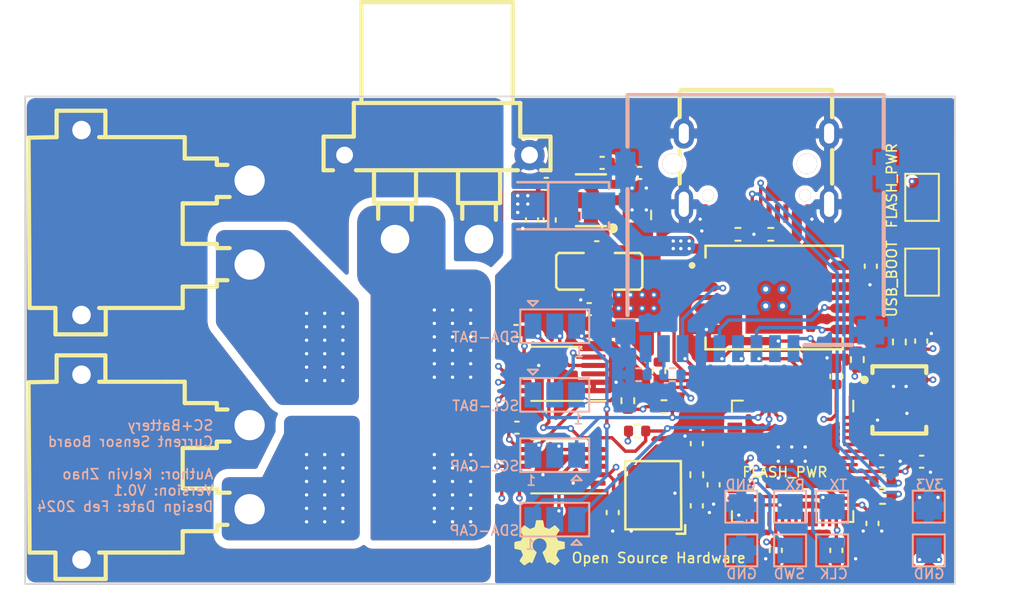
<source format=kicad_pcb>
(kicad_pcb (version 20221018) (generator pcbnew)
  (layers (0 "F.Cu" signal) (1 "In1.Cu" power) (2 "In2.Cu" power "In2.Cu_GND") (31 "B.Cu" signal) (34 "B.Paste" user) (35 "F.Paste" user) (36 "B.SilkS" user "B.Silkscreen") (37 "F.SilkS" user "F.Silkscreen") (38 "B.Mask" user) (39 "F.Mask" user) (44 "Edge.Cuts" user))
  (net 0 "")
  (net 1 "+3.3V")
  (net 2 "GND")
  (net 3 "IBAT+")
  (net 4 "+1V1")
  (net 5 "Net-(X1-OSC1)")
  (net 6 "Net-(U6-XIN)")
  (net 7 "CS10")
  (net 8 "MOSI1")
  (net 9 "SCK1")
  (net 10 "MISO1")
  (net 11 "Net-(Card1-CD)")
  (net 12 "ICAP+")
  (net 13 "VBUS")
  (net 14 "SDA0")
  (net 15 "Net-(JP1-C)")
  (net 16 "SDA1")
  (net 17 "SCL0")
  (net 18 "Net-(JP2-C)")
  (net 19 "SCL1")
  (net 20 "Net-(JP3-C)")
  (net 21 "Net-(JP4-C)")
  (net 22 "Net-(JP5-A)")
  (net 23 "IBAT-")
  (net 24 "Net-(U6-XOUT)")
  (net 25 "Net-(U6-USB_DP)")
  (net 26 "Net-(U6-USB_DM)")
  (net 27 "Net-(USB1-CC1)")
  (net 28 "Net-(USB1-CC2)")
  (net 29 "CS11")
  (net 42 "Net-(U6-SWCLK)")
  (net 43 "Net-(U6-SWD)")
  (net 61 "Net-(Card1-DAT2)")
  (net 62 "Net-(Card1-DAT1)")
  (net 63 "Net-(JP6-B)")
  (net 64 "SS")
  (net 65 "SD1")
  (net 66 "SD2")
  (net 67 "SD0")
  (net 68 "SCLK")
  (net 69 "SD3")
  (net 70 "/TX0")
  (net 71 "/RX0")
  (net 72 "USB-")
  (net 73 "USB+")
  (net 74 "Net-(U7-SW)")
  (net 75 "Net-(U7-CB)")
  (net 76 "Net-(U7-FB)")
  (net 77 "Net-(U7-EN)")
  (footprint "pcb_lib:R3920" (layer "F.Cu") (at 47 47.9)
    (fp_text reference "R2" hide)
    (fp_text value "1mR")
  )
  (footprint "Resistor_SMD:R_0402_1005Metric" (layer "F.Cu") (at 67.9 32.7)
    (fp_text reference "R19" hide)
    (fp_text value "5.1k")
  )
  (footprint "Capacitor_SMD:C_0402_1005Metric" (layer "F.Cu") (at 78.825 46.225)
    (fp_text reference "C9" hide)
    (fp_text value "100n")
  )
  (footprint "Capacitor_SMD:C_0402_1005Metric" (layer "F.Cu") (at 70.15 51.5 -90)
    (fp_text reference "C4" hide)
    (fp_text value "22u")
  )
  (footprint "pcb_lib:SOT-23-6_L2.9-W1.6-P0.95-LS2.8-BL" (layer "F.Cu") (at 59.1525 30.6725 90)
    (fp_text reference "U7" hide)
    (fp_text value "TPS560430XDBVR")
  )
  (footprint "Package_DFN_QFN:QFN-56-1EP_7x7mm_P0.4mm_EP3.2x3.2mm" (layer "F.Cu") (at 71.15 46.2 -90)
    (fp_text reference "U6" hide)
    (fp_text value "RP2040")
  )
  (footprint "Package_SO:VSSOP-10_3x3mm_P0.5mm" (layer "F.Cu") (at 57.1 41 180)
    (fp_text reference "U4" hide)
    (fp_text value "INA226")
  )
  (footprint "Capacitor_SMD:C_0402_1005Metric" (layer "F.Cu") (at 75.8 34.6 -90)
    (fp_text reference "C1" hide)
    (fp_text value "1u")
  )
  (footprint "Capacitor_SMD:C_0402_1005Metric" (layer "F.Cu") (at 56.7 31.85 90)
    (fp_text reference "C3" hide)
    (fp_text value "10u")
  )
  (footprint "pcb_lib:OSC-SMD_4P-L3.2-W2.5-BL" (layer "F.Cu") (at 62.85 48.22 90)
    (fp_text reference "X1" hide)
    (fp_text value "X322512MSB4SI")
  )
  (footprint "Capacitor_SMD:C_0402_1005Metric" (layer "F.Cu") (at 60.45 49.25 -90)
    (fp_text reference "C15" hide)
    (fp_text value "100n")
  )
  (footprint "Resistor_SMD:R_0402_1005Metric" (layer "F.Cu") (at 65.45 47 90)
    (fp_text reference "R15" hide)
    (fp_text value "1k")
  )
  (footprint "Capacitor_SMD:C_0402_1005Metric" (layer "F.Cu") (at 56.5 29.7 180)
    (fp_text reference "R3" hide)
    (fp_text value "10k")
  )
  (footprint "Capacitor_SMD:C_0402_1005Metric" (layer "F.Cu") (at 66.45 47.6 -90)
    (fp_text reference "C7" hide)
    (fp_text value "100n")
  )
  (footprint "Resistor_SMD:R_0402_1005Metric" (layer "F.Cu") (at 69.85 32.7 180)
    (fp_text reference "R18" hide)
    (fp_text value "5.1k")
  )
  (footprint "Capacitor_SMD:C_0402_1005Metric" (layer "F.Cu") (at 62.05 29.05)
    (fp_text reference "R4" hide)
    (fp_text value "51k")
  )
  (footprint "Capacitor_SMD:C_0402_1005Metric" (layer "F.Cu") (at 54.75 44.2)
    (fp_text reference "C2" hide)
    (fp_text value "100n")
  )
  (footprint "Capacitor_SMD:C_0402_1005Metric" (layer "F.Cu") (at 59.05 37.15 180)
    (fp_text reference "C12" hide)
    (fp_text value "100n")
  )
  (footprint "Capacitor_SMD:C_0402_1005Metric" (layer "F.Cu") (at 59.5 32.75)
    (fp_text reference "C18" hide)
    (fp_text value "0.1u")
  )
  (footprint "Resistor_SMD:R_0402_1005Metric" (layer "F.Cu") (at 77.5 39.1 -90)
    (fp_text reference "R10" hide)
    (fp_text value "1k")
  )
  (footprint "Resistor_SMD:R_0402_1005Metric" (layer "F.Cu") (at 75 40.15 90)
    (fp_text reference "R8" hide)
    (fp_text value "10k")
  )
  (footprint "Capacitor_SMD:C_0402_1005Metric" (layer "F.Cu") (at 55.65 31.85 90)
    (fp_text reference "C4" hide)
    (fp_text value "0.1u")
  )
  (footprint "Capacitor_SMD:C_0402_1005Metric" (layer "F.Cu") (at 76.45 46.2)
    (fp_text reference "C6" hide)
    (fp_text value "100n")
  )
  (footprint "Package_SO:VSSOP-10_3x3mm_P0.5mm" (layer "F.Cu") (at 57.1 46.5 180)
    (fp_text reference "U5" hide)
    (fp_text value "INA226")
  )
  (footprint "pcb_lib:USB-C-SMD_TYPE-C-6PIN-2MD-073" (layer "F.Cu") (at 69 29.0825 180)
    (fp_text reference "USB1" hide)
    (fp_text value "TYPE-C 16PIN 2MD(073)")
  )
  (footprint "pcb_lib:R3920" (layer "F.Cu") (at 47 39.2)
    (fp_text reference "R1" hide)
    (fp_text value "1mR")
  )
  (footprint "pcb_lib:CONN-TH_XT30PW-M" (layer "F.Cu") (at 33.8525 32 -90)
    (fp_text reference "CN1" hide)
    (fp_text value "XT30PW-M")
  )
  (footprint "Capacitor_SMD:C_0402_1005Metric" (layer "F.Cu") (at 65.45 45.15 -90)
    (fp_text reference "C17" hide)
    (fp_text value "27p")
  )
  (footprint "Capacitor_SMD:C_0402_1005Metric" (layer "F.Cu") (at 73.75 51.5 -90)
    (fp_text reference "C10" hide)
    (fp_text value "100n")
  )
  (footprint "Resistor_SMD:R_0402_1005Metric" (layer "F.Cu") (at 76.5 48.35 180)
    (fp_text reference "R17" hide)
    (fp_text value "27.4")
  )
  (footprint "Jumper:SolderJumper-2_P1.3mm_Open_Pad1.0x1.5mm" (layer "F.Cu") (at 78.85 30.5 90)
    (fp_text reference "JP5" hide)
    (fp_text value "SolderJumper_2_Open")
  )
  (footprint "Resistor_SMD:R_0402_1005Metric" (layer "F.Cu") (at 76.5 47.4 180)
    (fp_text reference "R16" hide)
    (fp_text value "27.4")
  )
  (footprint "Capacitor_SMD:C_0402_1005Metric" (layer "F.Cu") (at 75.9 49.9 -90)
    (fp_text reference "C8" hide)
    (fp_text value "1u")
  )
  (footprint "Capacitor_SMD:C_0402_1005Metric" (layer "F.Cu") (at 65.45 48.85 90)
    (fp_text reference "C16" hide)
    (fp_text value "27p")
  )
  (footprint "Jumper:SolderJumper-2_P1.3mm_Open_Pad1.0x1.5mm" (layer "F.Cu") (at 78.85 34.95 -90)
    (fp_text reference "JP6" hide)
    (fp_text value "SolderJumper_2_Open")
  )
  (footprint "Resistor_SMD:R_0402_1005Metric" (layer "F.Cu") (at 63.2 40.81 -90)
    (fp_text reference "R11" hide)
    (fp_text value "4.7k")
  )
  (footprint "Capacitor_SMD:C_0402_1005Metric" (layer "F.Cu") (at 78.8 39.05 90)
    (fp_text reference "C11" hide)
    (fp_text value "100n")
  )
  (footprint "Capacitor_SMD:C_0402_1005Metric" (layer "F.Cu") (at 54.7 38.45 180)
    (fp_text reference "C14" hide)
    (fp_text value "100n")
  )
  (footprint "Resistor_SMD:R_0402_1005Metric" (layer "F.Cu") (at 61.9 44.4)
    (fp_text reference "R14" hide)
    (fp_text value "4.7k")
  )
  (footprint "Capacitor_SMD:C_0805_2012Metric" (layer "F.Cu") (at 62 31.55 90)
    (fp_text reference "C19" hide)
    (fp_text value "22u")
  )
  (footprint "pcb_lib:CONN-TH_XT30PW-F-1" (layer "F.Cu") (at 50 30.4875 180)
    (fp_text reference "U1" hide)
    (fp_text value "XT30PW-F")
  )
  (footprint "pcb_lib:OpenSourceHardware_3.5mm" (layer "F.Cu") (at 56.1 51.05)
    (fp_text reference "G***" hide)
    (fp_text value "LOGO" hide)
  )
  (footprint "Capacitor_SMD:C_0402_1005Metric" (layer "F.Cu") (at 73.75 41.15 90)
    (fp_text reference "C13" hide)
    (fp_text value "100n")
  )
  (footprint "Resistor_SMD:R_0402_1005Metric" (layer "F.Cu") (at 61.35 42.6 90)
    (fp_text reference "R12" hide)
    (fp_text value "4.7k")
  )
  (footprint "pcb_lib:WSON-8_L8.0-W6.10-P1.27-BL-EP" (layer "F.Cu") (at 70.05 36.46 -90)
    (fp_text reference "U3" hide)
    (fp_text value "W25N01GVZEIG_C907680")
  )
  (footprint "Capacitor_SMD:C_0402_1005Metric" (layer "F.Cu") (at 59.82 28.45)
    (fp_text reference "R5" hide)
    (fp_text value "22.1k")
  )
  (footprint "pcb_lib:USON-8_L4.0-W3.0-P0.80-BL_WINBOND_UU" (layer "F.Cu") (at 77.5 42.55 -90)
    (fp_text reference "U2" hide)
    (fp_text value "W25Q32JVUUIQ")
  )
  (footprint "pcb_lib:CONN-TH_XT30PW-M" (layer "F.Cu") (at 33.8525 46.55 -90)
    (fp_text reference "CN2" hide)
    (fp_text value "XT30PW-M")
  )
  (footprint "pcb_lib:L1206" (layer "F.Cu") (at 59.65 34.9)
    (fp_text reference "L1" hide)
    (fp_text value "CMP321609XD6R8MT")
  )
  (footprint "Resistor_SMD:R_0402_1005Metric" (layer "F.Cu") (at 63.5 42.95)
    (fp_text reference "R13" hide)
    (fp_text value "4.7k")
  )
  (footprint "TestPoint:TestPoint_Pad_1.5x1.5mm" (layer "B.Cu") (at 73.5 51.5 90)
    (fp_text reference "TP1" hide)
    (fp_text value "SWCLK")
  )
  (footprint "TestPoint:TestPoint_Pad_1.5x1.5mm" (layer "B.Cu") (at 73.5 48.9 90)
    (fp_text reference "TP3" hide)
    (fp_text value "UART0 TX")
  )
  (footprint "Jumper:SolderJumper-3_P1.3mm_Open_Pad1.0x1.5mm" (layer "B.Cu") (at 57 45.835 180)
    (fp_text reference "JP3" hide)
    (fp_text value "SolderJumper_3_Open")
  )
  (footprint "pcb_lib:TF-SMD_XKTF-015-N" (layer "B.Cu") (at 68.95 34.2)
    (fp_text reference "Card1" hide)
    (fp_text value "XKTF-015-G")
  )
  (footprint "pcb_lib:SMA_L4.3-W2.5-LS5.0-RD" (layer "B.Cu") (at 57.5 31)
    (fp_text reference "D1" hide)
    (fp_text value "1N4007_C727081")
  )
  (footprint "TestPoint:TestPoint_Pad_1.5x1.5mm" (layer "B.Cu") (at 68.1 51.5 90)
    (fp_text reference "TP5" hide)
    (fp_text value "GND")
  )
  (footprint "TestPoint:TestPoint_Pad_1.5x1.5mm" (layer "B.Cu") (at 68.1 48.9 90)
    (fp_text reference "TP6" hide)
    (fp_text value "GND")
  )
  (footprint "Resistor_SMD:R_0402_1005Metric" (layer "B.Cu") (at 64 41.05 180)
    (fp_text reference "R9" hide)
    (fp_text value "10k")
  )
  (footprint "Jumper:SolderJumper-3_P1.3mm_Open_Pad1.0x1.5mm" (layer "B.Cu") (at 57 49.67 180)
    (fp_text reference "JP4" hide)
    (fp_text value "SolderJumper_3_Open")
  )
  (footprint "TestPoint:TestPoint_Pad_1.5x1.5mm" (layer "B.Cu") (at 79.25 48.9)
    (fp_text reference "TP8" hide)
    (fp_text value "GND")
  )
  (footprint "TestPoint:TestPoint_Pad_1.5x1.5mm" (layer "B.Cu") (at 71 51.5 90)
    (fp_text reference "TP2" hide)
    (fp_text value "SWD")
  )
  (footprint "TestPoint:TestPoint_Pad_1.5x1.5mm" (layer "B.Cu") (at 71 48.9 90)
    (fp_text reference "TP4" hide)
    (fp_text value "UART0 RX")
  )
  (footprint "Jumper:SolderJumper-3_P1.3mm_Open_Pad1.0x1.5mm" (layer "B.Cu") (at 57 42.25)
    (fp_text reference "JP2" hide)
    (fp_text value "SolderJumper_3_Open")
  )
  (footprint "TestPoint:TestPoint_Pad_1.5x1.5mm" (layer "B.Cu") (at 79.25 51.5)
    (fp_text reference "TP7" hide)
    (fp_text value "3.3")
  )
  (footprint "Jumper:SolderJumper-3_P1.3mm_Open_Pad1.0x1.5mm" (layer "B.Cu") (at 57 38.165)
    (fp_text reference "JP1" hide)
    (fp_text value "SolderJumper_3_Open")
  )
  (footprint "Resistor_SMD:R_0402_1005Metric" (layer "B.Cu") (at 61.99 41.05 180)
    (fp_text reference "R7" hide)
    (fp_text value "300k")
  )
  (gr_rect (start 25.5 24.5) (end 80.8 53.5) (stroke (width 0.1)) (fill none) (layer "Edge.Cuts"))
  (gr_text "3V3" (at 80.2 47.95) (layer "B.SilkS") (effects (font (size 0.6 0.6) (thickness 0.1) bold) (justify left bottom mirror)))
  (gr_text "GND\n" (at 80.25 53.25) (layer "B.SilkS") (effects (font (size 0.6 0.6) (thickness 0.1) bold) (justify left bottom mirror)))
  (gr_text "SCL-BAT\n" (at 54.95 43.25) (layer "B.SilkS") (effects (font (size 0.6 0.6) (thickness 0.1) bold) (justify left bottom mirror)))
  (gr_text "SC+Battery \nCurrent Sensor Board\n\nAuthor: Kelvin Zhao\nVersion: V0.1 \nDesign Date: Feb 2024\n" (at 36.75 49.25) (layer "B.SilkS") (effects (font (size 0.6 0.6) (thickness 0.1) bold) (justify left bottom mirror)))
  (gr_text "CLK\n" (at 74.5 53.25) (layer "B.SilkS") (effects (font (size 0.6 0.6) (thickness 0.1) bold) (justify left bottom mirror)))
  (gr_text "1" (at 58.75 44.05) (layer "B.SilkS") (effects (font (size 0.6 0.6) (thickness 0.1) bold) (justify left bottom mirror)))
  (gr_text "GND\n" (at 69.05 47.95) (layer "B.SilkS") (effects (font (size 0.6 0.6) (thickness 0.1) bold) (justify left bottom mirror)))
  (gr_text "RX" (at 71.95 47.95) (layer "B.SilkS") (effects (font (size 0.6 0.6) (thickness 0.1) bold) (justify left bottom mirror)))
  (gr_text "SDA-BAT\n" (at 54.95 39.165) (layer "B.SilkS") (effects (font (size 0.6 0.6) (thickness 0.1) bold) (justify left bottom mirror)))
  (gr_text "SCL-CAP" (at 54.95 46.835) (layer "B.SilkS") (effects (font (size 0.6 0.6) (thickness 0.1) bold) (justify left bottom mirror)))
  (gr_text "1" (at 58.8 40.05) (layer "B.SilkS") (effects (font (size 0.6 0.6) (thickness 0.1) bold) (justify left bottom mirror)))
  (gr_text "SWD\n" (at 71.95 53.25) (layer "B.SilkS") (effects (font (size 0.6 0.6) (thickness 0.1) bold) (justify left bottom mirror)))
  (gr_text "SDA-CAP" (at 54.95 50.67) (layer "B.SilkS") (effects (font (size 0.6 0.6) (thickness 0.1) bold) (justify left bottom mirror)))
  (gr_text "1" (at 55.95 47.7) (layer "B.SilkS") (effects (font (size 0.6 0.6) (thickness 0.1) bold) (justify left bottom mirror)))
  (gr_text "TX" (at 74.45 47.95) (layer "B.SilkS") (effects (font (size 0.6 0.6) (thickness 0.1) bold) (justify left bottom mirror)))
  (gr_text "GND\n" (at 69.1 53.25) (layer "B.SilkS") (effects (font (size 0.6 0.6) (thickness 0.1) bold) (justify left bottom mirror)))
  (gr_text "1" (at 55.9 51.5) (layer "B.SilkS") (effects (font (size 0.6 0.6) (thickness 0.1) bold) (justify left bottom mirror)))
  (gr_text "FLASH_PWR" (at 68.1 47.2) (layer "F.SilkS") (effects (font (size 0.6 0.6) (thickness 0.1) bold) (justify left bottom)))
  (gr_text "FLASH_PWR" (at 77.4 32.4 90) (layer "F.SilkS") (effects (font (size 0.6 0.6) (thickness 0.1) bold) (justify left bottom)))
  (gr_text "Open Source Hardware" (at 57.95 52.3) (layer "F.SilkS") (effects (font (size 0.6 0.6) (thickness 0.1) bold) (justify left bottom)))
  (gr_text "USB_BOOT\n" (at 77.4 37.7 90) (layer "F.SilkS") (effects (font (size 0.6 0.6) (thickness 0.1) bold) (justify left bottom)))
  (segment (start 74.5875 48.8) (end 75.28 48.8) (width 0.2) (layer "F.Cu") (net 1))
  (segment (start 55.18 39.33) (end 55.18 38.7) (width 0.2) (layer "F.Cu") (net 1))
  (segment (start 55.18 39.37) (end 55.2 39.35) (width 0.2) (layer "F.Cu") (net 1))
  (segment (start 63.2 40.3) (end 63.2 37.4) (width 0.2) (layer "F.Cu") (net 1))
  (segment (start 73.75 50.25) (end 73.8 50.3) (width 0.2) (layer "F.Cu") (net 1))
  (segment (start 60.75 37.15) (end 60.8 37.1) (width 0.2) (layer "F.Cu") (net 1))
  (segment (start 73 43.7) (end 73.45 43.7) (width 0.2) (layer "F.Cu") (net 1))
  (segment (start 54.27 44.2) (end 54.27 44.87) (width 0.2) (layer "F.Cu") (net 1))
  (segment (start 73.75 50.35) (end 73.75 51.02) (width 0.2) (layer "F.Cu") (net 1))
  (segment (start 60.2 47) (end 60.65 46.55) (width 0.2) (layer "F.Cu") (net 1))
  (segment (start 70.15 43.4) (end 70.4 43.65) (width 0.2) (layer "F.Cu") (net 1))
  (segment (start 78.8 41.35) (end 79.5 41.35) (width 0.2) (layer "F.Cu") (net 1))
  (segment (start 62.25 32.6) (end 63.4 31.45) (width 0.2) (layer "F.Cu") (net 1))
  (segment (start 63 29.05) (end 62.53 29.05) (width 0.2) (layer "F.Cu") (net 1))
  (segment (start 69.6 51) (end 69.62 51.02) (width 0.2) (layer "F.Cu") (net 1))
  (segment (start 73.75 49.6375) (end 73.75 50.25) (width 0.2) (layer "F.Cu") (net 1))
  (segment (start 54.9 40) (end 55.18 39.72) (width 0.2) (layer "F.Cu") (net 1))
  (segment (start 73.75 43.4) (end 73.75 42.7625) (width 0.2) (layer "F.Cu") (net 1))
  (segment (start 61.24 34.25) (end 61.65 34.25) (width 1.2) (layer "F.Cu") (net 1))
  (segment (start 59.53 37.15) (end 60.75 37.15) (width 0.2) (layer "F.Cu") (net 1))
  (segment (start 59.3 47) (end 60.2 47) (width 0.2) (layer "F.Cu") (net 1))
  (segment (start 60.5 47.3) (end 60.5 48.72) (width 0.2) (layer "F.Cu") (net 1))
  (segment (start 77.77 46.8) (end 77.85 46.8) (width 0.2) (layer "F.Cu") (net 1))
  (segment (start 70.15 49.6375) (end 70.15 51.02) (width 0.2) (layer "F.Cu") (net 1))
  (segment (start 63.4 29.45) (end 63 29.05) (width 0.2) (layer "F.Cu") (net 1))
  (segment (start 61.35 43.11) (end 62.24 43.11) (width 0.2) (layer "F.Cu") (net 1))
  (segment (start 62.25 43.1) (end 62.4 42.95) (width 0.2) (layer "F.Cu") (net 1))
  (segment (start 69.62 51.02) (end 70.15 51.02) (width 0.2) (layer "F.Cu") (net 1))
  (segment (start 61.72 34.73) (end 61.24 34.25) (width 0.2) (layer "F.Cu") (net 1))
  (segment (start 62.24 43.11) (end 62.25 43.1) (width 0.2) (layer "F.Cu") (net 1))
  (segment (start 68.65 46) (end 68.25 46.4) (width 0.2) (layer "F.Cu") (net 1))
  (segment (start 77.85 46.8) (end 77.85 46.72) (width 0.2) (layer "F.Cu") (net 1))
  (segment (start 61.39 44.96) (end 61.35 45) (width 0.2) (layer "F.Cu") (net 1))
  (segment (start 74.5875 48.8) (end 74.5875 48.4) (width 0.2) (layer "F.Cu") (net 1))
  (segment (start 60.5 48.72) (end 60.45 48.77) (width 0.2) (layer "F.Cu") (net 1))
  (segment (start 61.65 34.25) (end 62.25 33.65) (width 1.2) (layer "F.Cu") (net 1))
  (segment (start 60.75 36.35) (end 60.8 36.3) (width 0.2) (layer "F.Cu") (net 1))
  (segment (start 55.18 39.72) (end 55.18 39.37) (width 0.2) (layer "F.Cu") (net 1))
  (segment (start 62.25 33.65) (end 62.25 32.6) (width 1.2) (layer "F.Cu") (net 1))
  (segment (start 62.99 42.96) (end 62.99 42.95) (width 0.2) (layer "F.Cu") (net 1))
  (segment (start 77.85 46.72) (end 78.37 46.2) (width 0.2) (layer "F.Cu") (net 1))
  (segment (start 54.3 44.9) (end 54.9 45.5) (width 0.2) (layer "F.Cu") (net 1))
  (segment (start 79.47 39.53) (end 78.8 39.53) (width 0.2) (layer "F.Cu") (net 1))
  (segment (start 70.15 42.7625) (end 70.15 43.4) (width 0.2) (layer "F.Cu") (net 1))
  (segment (start 74.85 41.15) (end 74.85 40.81) (width 0.2) (layer "F.Cu") (net 1))
  (segment (start 62.4 42.95) (end 62.99 42.95) (width 0.2) (layer "F.Cu") (net 1))
  (segment (start 54.27 44.87) (end 54.3 44.9) (width 0.2) (layer "F.Cu") (net 1))
  (segment (start 73.75 41.63) (end 73.75 42.7625) (width 0.2) (layer "F.Cu") (net 1))
  (segment (start 79.5 39.5) (end 79.47 39.53) (width 0.2) (layer "F.Cu") (net 1))
  (segment (start 74.85 40.81) (end 75 40.66) (width 0.2) (layer "F.Cu") (net 1))
  (segment (start 63.2 37.4) (end 62.9 37.1) (width 0.2) (layer "F.Cu") (net 1))
  (segment (start 74.5875 46.8) (end 77.77 46.8) (width 0.2) (layer "F.Cu") (net 1))
  (segment (start 63.4 31.45) (end 63.4 29.45) (width 0.2) (layer "F.Cu") (net 1))
  (segment (start 55.2 39.35) (end 55.18 39.33) (width 0.2) (layer "F.Cu") (net 1))
  (segment (start 75.28 48.8) (end 75.9 49.42) (width 0.2) (layer "F.Cu") (net 1))
  (segment (start 73.8 50.3) (end 73.75 50.35) (width 0.2) (layer "F.Cu") (net 1))
  (segment (start 61.39 44.4) (end 61.39 44.96) (width 0.2) (layer "F.Cu") (net 1))
  (segment (start 68.25 46.4) (end 67.7125 46.4) (width 0.2) (layer "F.Cu") (net 1))
  (segment (start 60.2 47) (end 60.5 47.3) (width 0.2) (layer "F.Cu") (net 1))
  (segment (start 74.5875 46.8) (end 74.5875 46.4) (width 0.2) (layer "F.Cu") (net 1))
  (segment (start 73.45 43.7) (end 73.75 43.4) (width 0.2) (layer "F.Cu") (net 1))
  (via (at 69.6 51) (size 0.4) (drill 0.2) (layers "F.Cu" "B.Cu") (net 1))
  (via (at 79.5 39.5) (size 0.4) (drill 0.2) (layers "F.Cu" "B.Cu") (net 1))
  (via (at 68.1 40.1) (size 0.4) (drill 0.2) (layers "F.Cu" "B.Cu") (net 1))
  (via (at 79.85 52.05) (size 0.4) (drill 0.2) (layers "F.Cu" "B.Cu") (net 1))
  (via (at 74.85 41.15) (size 0.4) (drill 0.2) (layers "F.Cu" "B.Cu") (net 1))
  (via (at 73 43.7) (size 0.4) (drill 0.2) (layers "F.Cu" "B.Cu") (net 1))
  (via (at 62.9 37.1) (size 0.4) (drill 0.2) (layers "F.Cu" "B.Cu") (net 1))
  (via (at 61.35 45) (size 0.4) (drill 0.2) (layers "F.Cu" "B.Cu") (net 1))
  (via (at 60.65 46.55) (size 0.4) (drill 0.2) (layers "F.Cu" "B.Cu") (net 1))
  (via (at 77.85 46.8) (size 0.4) (drill 0.2) (layers "F.Cu" "B.Cu") (net 1))
  (via (at 54.3 44.9) (size 0.4) (drill 0.2) (layers "F.Cu" "B.Cu") (net 1))
  (via (at 62.2 37.1) (size 0.4) (drill 0.2) (layers "F.Cu" "B.Cu") (net 1))
  (via (at 62.9 36.3) (size 0.4) (drill 0.2) (layers "F.Cu" "B.Cu") (net 1))
  (via (at 79.5 41.35) (size 0.4) (drill 0.2) (layers "F.Cu" "B.Cu") (net 1))
  (via (at 70.4 43.65) (size 0.4) (drill 0.2) (layers "F.Cu" "B.Cu") (net 1))
  (via (at 78.25 29.55) (size 0.4) (drill 0.2) (layers "F.Cu" "B.Cu") (net 1))
  (via (at 61.5 37.1) (size 0.4) (drill 0.2) (layers "F.Cu" "B.Cu") (net 1))
  (via (at 62.25 43.1) (size 0.4) (drill 0.2) (layers "F.Cu" "B.Cu") (net 1))
  (via (at 60.8 37.1) (size 0.4) (drill 0.2) (layers "F.Cu" "B.Cu") (net 1))
  (via (at 62.2 36.3) (size 0.4) (drill 0.2) (layers "F.Cu" "B.Cu") (net 1))
  (via (at 78.7 52.05) (size 0.4) (drill 0.2) (layers "F.Cu" "B.Cu") (net 1))
  (via (at 60.8 36.3) (size 0.4) (drill 0.2) (layers "F.Cu" "B.Cu") (net 1))
  (via (at 55.2 39.35) (size 0.4) (drill 0.2) (layers "F.Cu" "B.Cu") (net 1))
  (via (at 73.8 50.3) (size 0.4) (drill 0.2) (layers "F.Cu" "B.Cu") (net 1))
  (via (at 61.5 36.3) (size 0.4) (drill 0.2) (layers "F.Cu" "B.Cu") (net 1))
  (via (at 75.28 48.8) (size 0.4) (drill 0.2) (layers "F.Cu" "B.Cu") (net 1))
  (via (at 68.65 46) (size 0.4) (drill 0.2) (layers "F.Cu" "B.Cu") (net 1))
  (via (at 65.1 42.45) (size 0.4) (drill 0.2) (layers "F.Cu" "B.Cu") (net 1))
  (segment (start 64.51 41.86) (end 65.1 42.45) (width 0.2) (layer "B.Cu") (net 1))
  (segment (start 64.51 41.05) (end 64.51 41.86) (width 0.2) (layer "B.Cu") (net 1))
  (segment (start 61.55 50.35) (end 61.55 49.74) (width 0.2) (layer "F.Cu") (net 2))
  (segment (start 64.15 47.54) (end 63.73 47.12) (width 0.2) (layer "F.Cu") (net 2))
  (segment (start 64.01 47.4) (end 63.73 47.12) (width 0.2) (layer "F.Cu") (net 2))
  (segment (start 79.4 38.6) (end 78.83 38.6) (width 0.2) (layer "F.Cu") (net 2))
  (segment (start 66.45 48.75) (end 66.45 48.08) (width 0.2) (layer "F.Cu") (net 2))
  (segment (start 65.45 44.67) (end 64.78 44.67) (width 0.2) (layer "F.Cu") (net 2))
  (segment (start 79.33 46.83) (end 79.35 46.85) (width 0.2) (layer "F.Cu") (net 2))
  (segment (start 65.5 49.28) (end 66.17 49.28) (width 0.2) (layer "F.Cu") (net 2))
  (segment (start 60.3025 30.6725) (end 62.2225 30.6725) (width 0.6) (layer "F.Cu") (net 2))
  (segment (start 60.65 41.5) (end 60.15 42) (width 0.2) (layer "F.Cu") (net 2))
  (segment (start 60.45 50.35) (end 60.45 49.73) (width 0.2) (layer "F.Cu") (net 2))
  (segment (start 60.65 41.5) (end 59.3 41.5) (width 0.2) (layer "F.Cu") (net 2))
  (segment (start 70.15 51.98) (end 70.13 52) (width 0.2) (layer "F.Cu") (net 2))
  (segment (start 60.15 42) (end 59.3 42) (width 0.2) (layer "F.Cu") (net 2))
  (segment (start 78.83 38.6) (end 78.8 38.57) (width 0.2) (layer "F.Cu") (net 2))
  (segment (start 73.75 51.98) (end 74.88 51.98) (width 0.2) (layer "F.Cu") (net 2))
  (segment (start 77.5 46.15) (end 77.55 46.2) (width 0.2) (layer "F.Cu") (net 2))
  (segment (start 55.95 46) (end 56.3 46.35) (width 0.2) (layer "F.Cu") (net 2))
  (segment (start 56.05 40.5) (end 54.9 40.5) (width 0.2) (layer "F.Cu") (net 2))
  (segment (start 54.2 39.2) (end 54.2 38.47) (width 0.2) (layer "F.Cu") (net 2))
  (segment (start 79.33 46.2) (end 79.33 46.83) (width 0.2) (layer "F.Cu") (net 2))
  (segment (start 66.17 49.28) (end 66.2 49.25) (width 0.2) (layer "F.Cu") (net 2))
  (segment (start 64.78 44.67) (end 64.75 44.7) (width 0.2) (layer "F.Cu") (net 2))
  (segment (start 70.13 52) (end 69.55 52) (width 0.2) (layer "F.Cu") (net 2))
  (segment (start 59.3 47.5) (end 58.1 47.5) (width 0.2) (layer "F.Cu") (net 2))
  (segment (start 76.93 46.15) (end 77.5 46.15) (width 0.2) (layer "F.Cu") (net 2))
  (segment (start 75.75 35.7) (end 75.75 35.13) (width 0.2) (layer "F.Cu") (net 2))
  (segment (start 54.2 38.47) (end 54.22 38.45) (width 0.2) (layer "F.Cu") (net 2))
  (segment (start 69.34 32.7) (end 68.41 32.7) (width 0.6) (layer "F.Cu") (net 2))
  (segment (start 61.55 49.74) (end 61.97 49.32) (width 0.2) (layer "F.Cu") (net 2))
  (segment (start 75.75 35.13) (end 75.8 35.08) (width 0.2) (layer "F.Cu") (net 2))
  (segment (start 74.88 51.98) (end 74.9 52) (width 0.2) (layer "F.Cu") (net 2))
  (segment (start 62.2225 30.6725) (end 62.25 30.7) (width 0.6) (layer "F.Cu") (net 2))
  (segment (start 56.3 46.35) (end 56.3 47) (width 0.2) (layer "F.Cu") (net 2))
  (segment (start 64.15 48.1) (end 64.15 47.54) (width 0.2) (layer "F.Cu") (net 2))
  (segment (start 54.9 46) (end 55.95 46) (width 0.2) (layer "F.Cu") (net 2))
  (via (at 56.05 40.5) (size 0.4) (drill 0.2) (layers "F.Cu" "B.Cu") (net 2))
  (via (at 71.9 45.35) (size 0.4) (drill 0.2) (layers "F.Cu" "B.Cu") (net 2))
  (via (at 79.8 48.35) (size 0.4) (drill 0.2) (layers "F.Cu" "B.Cu") (net 2))
  (via (at 61.55 50.35) (size 0.4) (drill 0.2) (layers "F.Cu" "B.Cu") (net 2))
  (via (at 77.15 41.75) (size 0.4) (drill 0.2) (layers "F.Cu" "B.Cu") (net 2))
  (via (at 68.85 32.7) (size 0.4) (drill 0.2) (layers "F.Cu" "B.Cu") (net 2))
  (via (at 66.45 48.75) (size 0.4) (drill 0.2) (layers "F.Cu" "B.Cu") (net 2))
  (via (at 58.55 36.6) (size 0.4) (drill 0.2) (layers "F.Cu" "B.Cu") (net 2))
  (via (at 73.2 40.05) (size 0.4) (drill 0.2) (layers "F.Cu" "B.Cu") (net 2))
  (via (at 79.4 38.6) (size 0.4) (drill 0.2) (layers "F.Cu" "B.Cu") (net 2))
  (via (at 77.9 41.75) (size 0.4) (drill 0.2) (layers "F.Cu" "B.Cu") (net 2))
  (via (at 71.9 46.2) (size 0.4) (drill 0.2) (layers "F.Cu" "B.Cu") (net 2))
  (via (at 75.75 35.7) (size 0.4) (drill 0.2) (layers "F.Cu" "B.Cu") (net 2))
  (via (at 60.45 50.35) (size 0.4) (drill 0.2) (layers "F.Cu" "B.Cu") (net 2))
  (via (at 71.1 45.35) (size 0.4) (drill 0.2) (layers "F.Cu" "B.Cu") (net 2))
  (via (at 76.2 43.75) (size 0.4) (drill 0.2) (layers "F.Cu" "B.Cu") (net 2))
  (via (at 70.3 47.2) (size 0.4) (drill 0.2) (layers "F.Cu" "B.Cu") (net 2))
  (via (at 65.65 31.8) (size 0.4) (drill 0.2) (layers "F.Cu" "B.Cu") (net 2))
  (via (at 72.3 31.8) (size 0.4) (drill 0.2) (layers "F.Cu" "B.Cu") (net 2))
  (via (at 62.45 29.95) (size 0.4) (drill 0.2) (layers "F.Cu" "B.Cu") (net 2))
  (via (at 71.1 46.2) (size 0.4) (drill 0.2) (layers "F.Cu" "B.Cu") (net 2))
  (via (at 77.55 46.2) (size 0.4) (drill 0.2) (layers "F.Cu" "B.Cu") (net 2))
  (via (at 61.6 29.95) (size 0.4) (drill 0.2) (layers "F.Cu" "B.Cu") (net 2))
  (via (at 77.95 43.35) (size 0.4) (drill 0.2) (layers "F.Cu" "B.Cu") (net 2))
  (via (at 76.45 50.35) (size 0.4) (drill 0.2) (layers "F.Cu" "B.Cu") (net 2))
  (via (at 64.75 44.7) (size 0.4) (drill 0.2) (layers "F.Cu" "B.Cu") (net 2))
  (via (at 75.35 50.35) (size 0.4) (drill 0.2) (layers "F.Cu" "B.Cu") (net 2))
  (via (at 54.2 39.2) (size 0.4) (drill 0.2) (layers "F.Cu" "B.Cu") (net 2))
  (via (at 56.3 47) (size 0.4) (drill 0.2) (layers "F.Cu" "B.Cu") (net 2))
  (via (at 74.9 52) (size 0.4) (drill 0.2) (layers "F.Cu" "B.Cu") (net 2))
  (via (at 67.95 49.4) (size 0.4) (drill 0.2) (layers "F.Cu" "B.Cu") (net 2))
  (via (at 66.02 38.36) (size 0.4) (drill 0.2) (layers "F.Cu" "B.Cu") (net 2))
  (via (at 69.55 52) (size 0.4) (drill 0.2) (layers "F.Cu" "B.Cu") (net 2))
  (via (at 58.1 47.5) (size 0.4) (drill 0.2) (layers "F.Cu" "B.Cu") (net 2))
  (via (at 62.45 31.25) (size 0.4) (drill 0.2) (layers "F.Cu" "B.Cu") (net 2))
  (via (at 66.2 49.25) (size 0.4) (drill 0.2) (layers "F.Cu" "B.Cu") (net 2))
  (via (at 70.3 45.35) (size 0.4) (drill 0.2) (layers "F.Cu" "B.Cu") (net 2))
  (via (at 60.65 41.5) (size 0.4) (drill 0.2) (layers "F.Cu" "B.Cu") (net 2))
  (via (at 55.1 32.35) (size 0.4) (drill 0.2) (layers "F.Cu" "B.Cu") (net 2))
  (via (at 78.7 48.35) (size 0.4) (drill 0.2) (layers "F.Cu" "B.Cu") (net 2))
  (via (at 65.75 32.5) (size 0.4) (drill 0.2) (layers "F.Cu" "B.Cu") (net 2))
  (via (at 64.15 48.1) (size 0.4) (drill 0.2) (layers "F.Cu" "B.Cu") (net 2))
  (via (at 61.6 31.25) (size 0.4) (drill 0.2) (layers "F.Cu" "B.Cu") (net 2))
  (via (at 70.3 46.2) (size 0.4) (drill 0.2) (layers "F.Cu" "B.Cu") (net 2))
  (via (at 79.35 46.85) (size 0.4) (drill 0.2) (layers "F.Cu" "B.Cu") (net 2))
  (segment (start 55.95 30.4) (end 56 30.4) (width 0.286004) (layer "F.Cu") (net 3))
  (segment (start 54.2 42) (end 53.65 42.55) (width 0.2) (layer "F.Cu") (net 3))
  (segment (start 54.9 42) (end 54.2 42) (width 0.2) (layer "F.Cu") (net 3))
  (segment (start 55.95 30.4) (end 55.95 30.4) (width 0.286004) (layer "F.Cu") (net 3))
  (segment (start 54.9 41) (end 54.1 41) (width 0.2) (layer "F.Cu") (net 3))
  (segment (start 56 30.45) (end 56.02 30.47) (width 0.286004) (layer "F.Cu") (net 3))
  (segment (start 56.02 30.33) (end 55.95 30.4) (width 0.286004) (layer "F.Cu") (net 3))
  (segment (start 56 30.4) (end 56 30.45) (width 0.286004) (layer "F.Cu") (net 3))
  (segment (start 56.02 30.47) (end 56.02 30.48) (width 0.286004) (layer "F.Cu") (net 3))
  (segment (start 54.1 41) (end 53.65 40.55) (width 0.2) (layer "F.Cu") (net 3))
  (segment (start 56.02 29.7) (end 56.02 30.33) (width 0.286004) (layer "F.Cu") (net 3))
  (via (at 42.24 38.2) (size 0.4) (drill 0.2) (layers "F.Cu" "B.Cu") (net 3))
  (via (at 42.24 40.6) (size 0.4) (drill 0.2) (layers "F.Cu" "B.Cu") (net 3))
  (via (at 43.32 38.2) (size 0.4) (drill 0.2) (layers "F.Cu" "B.Cu") (net 3))
  (via (at 43.32 39.8) (size 0.4) (drill 0.2) (layers "F.Cu" "B.Cu") (net 3))
  (via (at 44.4 38.2) (size 0.4) (drill 0.2) (layers "F.Cu" "B.Cu") (net 3))
  (via (at 54.8 30.9) (size 0.4) (drill 0.2) (layers "F.Cu" "B.Cu") (net 3))
  (via (at 55.4 30.9) (size 0.4) (drill 0.2) (layers "F.Cu" "B.Cu") (net 3))
  (via (at 54.8 30.4) (size 0.4) (drill 0.2) (layers "F.Cu" "B.Cu") (net 3))
  (via (at 44.4 39.8) (size 0.4) (drill 0.2) (layers "F.Cu" "B.Cu") (net 3))
  (via (at 55.4 30.4) (size 0.4) (drill 0.2) (layers "F.Cu" "B.Cu") (net 3))
  (via (at 53.65 42.55) (size 0.4) (drill 0.2) (layers "F.Cu" "B.Cu") (net 3))
  (via (at 44.4 41.4) (size 0.4) (drill 0.2) (layers "F.Cu" "B.Cu") (net 3))
  (via (at 43.32 40.6) (size 0.4) (drill 0.2) (layers "F.Cu" "B.Cu") (net 3))
  (via (at 43.32 37.4) (size 0.4) (drill 0.2) (layers "F.Cu" "B.Cu") (net 3))
  (via (at 42.24 41.4) (size 0.4) (drill 0.2) (layers "F.Cu" "B.Cu") (net 3))
  (via (at 42.24 39.8) (size 0.4) (drill 0.2) (layers "F.Cu" "B.Cu") (net 3))
  (via (at 44.4 40.6) (size 0.4) (drill 0.2) (layers "F.Cu" "B.Cu") (net 3))
  (via (at 43.32 39) (size 0.4) (drill 0.2) (layers "F.Cu" "B.Cu") (net 3))
  (via (at 42.24 39) (size 0.4) (drill 0.2) (layers "F.Cu" "B.Cu") (net 3))
  (via (at 53.65 40.55) (size 0.4) (drill 0.2) (layers "F.Cu" "B.Cu") (net 3))
  (via (at 44.4 37.4) (size 0.4) (drill 0.2) (layers "F.Cu" "B.Cu") (net 3))
  (via (at 54.8 31.4) (size 0.4) (drill 0.2) (layers "F.Cu" "B.Cu") (net 3))
  (via (at 43.32 41.4) (size 0.4) (drill 0.2) (layers "F.Cu" "B.Cu") (net 3))
  (via (at 44.4 39) (size 0.4) (drill 0.2) (layers "F.Cu" "B.Cu") (net 3))
  (via (at 42.24 37.4) (size 0.4) (drill 0.2) (layers "F.Cu" "B.Cu") (net 3))
  (segment (start 74.5875 46) (end 75.72 46) (width 0.2) (layer "F.Cu") (net 4))
  (segment (start 66.45 47.12) (end 66.58 47.12) (width 0.2) (layer "F.Cu") (net 4))
  (segment (start 73.5 46.5) (end 73.5 47.5) (width 0.2) (layer "F.Cu") (net 4))
  (segment (start 74 48) (end 74.5875 48) (width 0.2) (layer "F.Cu") (net 4))
  (segment (start 73.5 47.5) (end 74 48) (width 0.2) (layer "F.Cu") (net 4))
  (segment (start 74.5875 46) (end 74 46) (width 0.2) (layer "F.Cu") (net 4))
  (segment (start 74 46) (end 73.5 46.5) (width 0.2) (layer "F.Cu") (net 4))
  (segment (start 66.58 47.12) (end 66.9 46.8) (width 0.2) (layer "F.Cu") (net 4))
  (segment (start 75.72 46) (end 76.02 46.3) (width 0.2) (layer "F.Cu") (net 4))
  (segment (start 66.9 46.8) (end 67.7125 46.8) (width 0.2) (layer "F.Cu") (net 4))
  (segment (start 64.76 48.22) (end 65.55 48.22) (width 0.2) (layer "F.Cu") (net 5))
  (segment (start 65.45 47.51) (end 65.45 48.37) (width 0.2) (layer "F.Cu") (net 5))
  (segment (start 63.7 49.28) (end 64.76 48.22) (width 0.2) (layer "F.Cu") (net 5))
  (segment (start 65.45 45.63) (end 65.03 45.63) (width 0.2) (layer "F.Cu") (net 6))
  (segment (start 67.7125 45.6) (end 65.48 45.6) (width 0.2) (layer "F.Cu") (net 6))
  (segment (start 64.7 45.3) (end 63.05 45.3) (width 0.2) (layer "F.Cu") (net 6))
  (segment (start 65.03 45.63) (end 64.7 45.3) (width 0.2) (layer "F.Cu") (net 6))
  (segment (start 63.05 45.3) (end 61.97 46.38) (width 0.2) (layer "F.Cu") (net 6))
  (segment (start 61.97 46.38) (end 61.97 47.12) (width 0.2) (layer "F.Cu") (net 6))
  (segment (start 65.48 45.6) (end 65.45 45.63) (width 0.2) (layer "F.Cu") (net 6))
  (segment (start 71.15 39.05) (end 72.95 40.85) (width 0.2) (layer "F.Cu") (net 7))
  (segment (start 70.3 39.05) (end 71.15 39.05) (width 0.2) (layer "F.Cu") (net 7))
  (segment (start 72.95 40.85) (end 72.95 42.7625) (width 0.2) (layer "F.Cu") (net 7))
  (via (at 70.3 39.05) (size 0.4) (drill 0.2) (layers "F.Cu" "B.Cu") (net 7))
  (segment (start 70.95 40.1) (end 69.15 40.1) (width 0.2) (layer "F.Cu") (net 8))
  (segment (start 72.94 38.36) (end 72.9 38.4) (width 0.2) (layer "F.Cu") (net 8))
  (segment (start 72.15 42.7625) (end 72.15 41.3) (width 0.2) (layer "F.Cu") (net 8))
  (segment (start 74.08 38.36) (end 72.94 38.36) (width 0.2) (layer "F.Cu") (net 8))
  (segment (start 72.15 41.3) (end 70.95 40.1) (width 0.2) (layer "F.Cu") (net 8))
  (via (at 69.15 40.1) (size 0.4) (drill 0.2) (layers "F.Cu" "B.Cu") (net 8))
  (via (at 72.9 38.4) (size 0.4) (drill 0.2) (layers "F.Cu" "B.Cu") (net 8))
  (segment (start 69.2 38.25) (end 72.75 38.25) (width 0.2) (layer "B.Cu") (net 8))
  (segment (start 69 38.45) (end 69.2 38.25) (width 0.2) (layer "B.Cu") (net 8))
  (segment (start 72.75 38.25) (end 72.9 38.4) (width 0.2) (layer "B.Cu") (net 8))
  (segment (start 69 39.5) (end 69 38.45) (width 0.2) (layer "B.Cu") (net 8))
  (segment (start 72.55 41.1) (end 71.05 39.6) (width 0.2) (layer "F.Cu") (net 9))
  (segment (start 74.08 37.09) (end 73.09 37.09) (width 0.2) (layer "F.Cu") (net 9))
  (segment (start 67.45 39.6) (end 66.95 40.1) (width 0.2) (layer "F.Cu") (net 9))
  (segment (start 72.55 42.7625) (end 72.55 41.1) (width 0.2) (layer "F.Cu") (net 9))
  (segment (start 73.09 37.09) (end 73.05 37.05) (width 0.2) (layer "F.Cu") (net 9))
  (segment (start 71.05 39.6) (end 67.45 39.6) (width 0.2) (layer "F.Cu") (net 9))
  (via (at 66.95 40.1) (size 0.4) (drill 0.2) (layers "F.Cu" "B.Cu") (net 9))
  (via (at 73.05 37.05) (size 0.4) (drill 0.2) (layers "F.Cu" "B.Cu") (net 9))
  (segment (start 66.8 38.35) (end 67.35 37.8) (width 0.2) (layer "B.Cu") (net 9))
  (segment (start 67.35 37.8) (end 72.3 37.8) (width 0.2) (layer "B.Cu") (net 9))
  (segment (start 72.3 37.8) (end 73.05 37.05) (width 0.2) (layer "B.Cu") (net 9))
  (segment (start 66.8 39.5) (end 66.8 38.35) (width 0.2) (layer "B.Cu") (net 9))
  (segment (start 67 35.9) (end 66.09 35.9) (width 0.2) (layer "F.Cu") (net 10))
  (segment (start 65.25 40.6) (end 64.75 40.1) (width 0.2) (layer "F.Cu") (net 10))
  (segment (start 66.09 35.9) (end 66.02 35.83) (width 0.2) (layer "F.Cu") (net 10))
  (segment (start 70.85 40.6) (end 65.25 40.6) (width 0.2) (layer "F.Cu") (net 10))
  (segment (start 71.75 41.5) (end 70.85 40.6) (width 0.2) (layer "F.Cu") (net 10))
  (segment (start 71.75 42.7625) (end 71.75 41.5) (width 0.2) (layer "F.Cu") (net 10))
  (via (at 64.75 40.1) (size 0.4) (drill 0.2) (layers "F.Cu" "B.Cu") (net 10))
  (via (at 67 35.9) (size 0.4) (drill 0.2) (layers "F.Cu" "B.Cu") (net 10))
  (segment (start 66.5 35.85) (end 64.6 37.75) (width 0.2) (layer "B.Cu") (net 10))
  (segment (start 66.9 35.85) (end 66.5 35.85) (width 0.2) (layer "B.Cu") (net 10))
  (segment (start 64.6 37.75) (end 64.6 39.5) (width 0.2) (layer "B.Cu") (net 10))
  (segment (start 62.5 41.05) (end 62.5 39.6) (width 0.2) (layer "B.Cu") (net 11))
  (segment (start 62.5 39.6) (end 62.4 39.5) (width 0.2) (layer "B.Cu") (net 11))
  (segment (start 54.9 47.5) (end 54.9 48.4) (width 0.2) (layer "F.Cu") (net 12))
  (segment (start 54.9 46.5) (end 53.6 46.5) (width 0.2) (layer "F.Cu") (net 12))
  (via (at 44.4 46.6) (size 0.4) (drill 0.2) (layers "F.Cu" "B.Cu") (net 12))
  (via (at 42.24 49) (size 0.4) (drill 0.2) (layers "F.Cu" "B.Cu") (net 12))
  (via (at 42.24 47.4) (size 0.4) (drill 0.2) (layers "F.Cu" "B.Cu") (net 12))
  (via (at 42.24 46.6) (size 0.4) (drill 0.2) (layers "F.Cu" "B.Cu") (net 12))
  (via (at 53.6 46.5) (size 0.4) (drill 0.2) (layers "F.Cu" "B.Cu") (net 12))
  (via (at 54.9 48.4) (size 0.4) (drill 0.2) (layers "F.Cu" "B.Cu") (net 12))
  (via (at 44.4 49.8) (size 0.4) (drill 0.2) (layers "F.Cu" "B.Cu") (net 12))
  (via (at 44.4 49) (size 0.4) (drill 0.2) (layers "F.Cu" "B.Cu") (net 12))
  (via (at 42.24 45.8) (size 0.4) (drill 0.2) (layers "F.Cu" "B.Cu") (net 12))
  (via (at 43.32 49) (size 0.4) (drill 0.2) (layers "F.Cu" "B.Cu") (net 12))
  (via (at 43.32 45.8) (size 0.4) (drill 0.2) (layers "F.Cu" "B.Cu") (net 12))
  (via (at 42.24 48.2) (size 0.4) (drill 0.2) (layers "F.Cu" "B.Cu") (net 12))
  (via (at 43.32 46.6) (size 0.4) (drill 0.2) (layers "F.Cu" "B.Cu") (net 12))
  (via (at 44.4 48.2) (size 0.4) (drill 0.2) (layers "F.Cu" "B.Cu") (net 12))
  (via (at 43.32 47.4) (size 0.4) (drill 0.2) (layers "F.Cu" "B.Cu") (net 12))
  (via (at 44.4 45.8) (size 0.4) (drill 0.2) (layers "F.Cu" "B.Cu") (net 12))
  (via (at 43.32 48.2) (size 0.4) (drill 0.2) (layers "F.Cu" "B.Cu") (net 12))
  (via (at 44.4 47.4) (size 0.4) (drill 0.2) (layers "F.Cu" "B.Cu") (net 12))
  (via (at 42.24 49.8) (size 0.4) (drill 0.2) (layers "F.Cu" "B.Cu") (net 12))
  (via (at 43.32 49.8) (size 0.4) (drill 0.2) (layers "F.Cu" "B.Cu") (net 12))
  (segment (start 66.55 33.35) (end 66.35 33.55) (width 0.6) (layer "F.Cu") (net 13))
  (segment (start 64.05 33.1) (end 64.05 33.55) (width 0.6) (layer "F.Cu") (net 13))
  (segment (start 64.5 33.1) (end 64.05 33.1) (width 0.6) (layer "F.Cu") (net 13))
  (segment (start 66.6 33.3) (end 66.55 33.35) (width 0.6) (layer "F.Cu") (net 13))
  (segment (start 65 33.1) (end 64.5 33.1) (width 0.6) (layer "F.Cu") (net 13))
  (segment (start 64.05 33.55) (end 64.05 33.55) (width 0.6) (layer "F.Cu") (net 13))
  (segment (start 70.75 33.55) (end 66.35 33.55) (width 0.6) (layer "F.Cu") (net 13))
  (segment (start 64.05 33.55) (end 64.5 33.55) (width 0.6) (layer "F.Cu") (net 13))
  (segment (start 66.35 33.55) (end 65 33.55) (width 0.6) (layer "F.Cu") (net 13))
  (segment (start 64.5 33.55) (end 65 33.55) (width 0.6) (layer "F.Cu") (net 13))
  (segment (start 71.4 31.4625) (end 71.4 32.9) (width 0.6) (layer "F.Cu") (net 13))
  (segment (start 66.6 31.4625) (end 66.6 33.3) (width 0.6) (layer "F.Cu") (net 13))
  (segment (start 71.4 32.9) (end 70.75 33.55) (width 0.6) (layer "F.Cu") (net 13))
  (segment (start 65 33.55) (end 65 33.1) (width 0.6) (layer "F.Cu") (net 13))
  (segment (start 64.5 33.1) (end 64.5 33.1) (width 0.6) (layer "F.Cu") (net 13))
  (via (at 65 33.1) (size 0.4) (drill 0.2) (layers "F.Cu" "B.Cu") (net 13))
  (via (at 64.5 33.1) (size 0.4) (drill 0.2) (layers "F.Cu" "B.Cu") (net 13))
  (via (at 65 33.55) (size 0.4) (drill 0.2) (layers "F.Cu" "B.Cu") (net 13))
  (via (at 64.05 33.55) (size 0.4) (drill 0.2) (layers "F.Cu" "B.Cu") (net 13))
  (via (at 64.5 33.55) (size 0.4) (drill 0.2) (layers "F.Cu" "B.Cu") (net 13))
  (via (at 64.05 33.1) (size 0.4) (drill 0.2) (layers "F.Cu" "B.Cu") (net 13))
  (segment (start 61.4 32.8) (end 62 33.4) (width 1.2) (layer "B.Cu") (net 13))
  (segment (start 62 33.4) (end 64.75 33.4) (width 1.2) (layer "B.Cu") (net 13))
  (segment (start 61.4 32.8) (end 59.6 31) (width 1.2) (layer "B.Cu") (net 13))
  (segment (start 56.325 44.2) (end 56.65 43.875) (width 0.2) (layer "F.Cu") (net 14))
  (segment (start 62.41 44.4) (end 63.55 44.4) (width 0.2) (layer "F.Cu") (net 14))
  (segment (start 63.55 44.4) (end 63.7 44.25) (width 0.2) (layer "F.Cu") (net 14))
  (segment (start 56.65 43.875) (end 56.65 39.4) (width 0.2) (layer "F.Cu") (net 14))
  (segment (start 56.325 44.125) (end 56.3 44.1) (width 0.2) (layer "F.Cu") (net 14))
  (segment (start 60.4 44.8) (end 61.2 45.6) (width 0.2) (layer "F.Cu") (net 14))
  (segment (start 61.2 45.6) (end 61.8 45.6) (width 0.2) (layer "F.Cu") (net 14))
  (segment (start 61.8 45.6) (end 62.41 44.99) (width 0.2) (layer "F.Cu") (net 14))
  (segment (start 62.41 44.99) (end 62.41 44.4) (width 0.2) (layer "F.Cu") (net 14))
  (segment (start 57.95 44.25) (end 58.5 44.8) (width 0.2) (layer "F.Cu") (net 14))
  (segment (start 56.65 39.4) (end 56 38.75) (width 0.2) (layer "F.Cu") (net 14))
  (segment (start 69.75 43.7) (end 69.75 42.7625) (width 0.2) (layer "F.Cu") (net 14))
  (segment (start 58.5 44.8) (end 60.4 44.8) (width 0.2) (layer "F.Cu") (net 14))
  (segment (start 56.325 44.2) (end 56.325 44.125) (width 0.2) (layer "F.Cu") (net 14))
  (via (at 56.325 44.2) (size 0.4) (drill 0.2) (layers "F.Cu" "B.Cu") (net 14))
  (via (at 63.7 44.25) (size 0.4) (drill 0.2) (layers "F.Cu" "B.Cu") (net 14))
  (via (at 56 38.75) (size 0.4) (drill 0.2) (layers "F.Cu" "B.Cu") (net 14))
  (via (at 57.95 44.25) (size 0.4) (drill 0.2) (layers "F.Cu" "B.Cu") (net 14))
  (via (at 69.75 43.7) (size 0.4) (drill 0.2) (layers "F.Cu" "B.Cu") (net 14))
  (segment (start 57.95 44.25) (end 58 44.25) (width 0.2) (layer "B.Cu") (net 14))
  (segment (start 69.75 43.7) (end 69.75 44) (width 0.2) (layer "B.Cu") (net 14))
  (segment (start 56.325 44.2) (end 57.95 44.2) (width 0.2) (layer "B.Cu") (net 14))
  (segment (start 57.95 44.2) (end 57.95 44.25) (width 0.2) (layer "B.Cu") (net 14))
  (segment (start 63.7 44.25) (end 63.7 44.27) (width 0.2) (layer "B.Cu") (net 14))
  (segment (start 63.72 44.25) (end 63.7 44.25) (width 0.2) (layer "B.Cu") (net 14))
  (segment (start 63.77 44.2) (end 63.72 44.25) (width 0.2) (layer "B.Cu") (net 14))
  (segment (start 58 44.25) (end 57.95 44.2) (width 0.2) (layer "B.Cu") (net 14))
  (segment (start 63.7 44.27) (end 58.3 49.67) (width 0.2) (layer "B.Cu") (net 14))
  (segment (start 69.55 44.2) (end 63.77 44.2) (width 0.2) (layer "B.Cu") (net 14))
  (segment (start 69.75 44) (end 69.55 44.2) (width 0.2) (layer "B.Cu") (net 14))
  (segment (start 57.3 39.95) (end 57.3 38.75) (width 0.2) (layer "F.Cu") (net 15))
  (segment (start 59.2 40.5) (end 57.85 40.5) (width 0.2) (layer "F.Cu") (net 15))
  (segment (start 57.85 40.5) (end 57.3 39.95) (width 0.2) (layer "F.Cu") (net 15))
  (via (at 57.3 38.75) (size 0.4) (drill 0.2) (layers "F.Cu" "B.Cu") (net 15))
  (segment (start 63.2 41.32) (end 60.63 38.75) (width 0.2) (layer "F.Cu") (net 16))
  (segment (start 63.28 41.4) (end 63.2 41.32) (width 0.2) (layer "F.Cu") (net 16))
  (segment (start 60.1 44.1) (end 60.05 44.1) (width 0) (layer "F.Cu") (net 16))
  (segment (start 60.1 43.1) (end 60.1 44.1) (width 0.2) (layer "F.Cu") (net 16))
  (segment (start 70.95 41.9) (end 70.45 41.4) (width 0.2) (layer "F.Cu") (net 16))
  (segment (start 70.95 42.7625) (end 70.95 41.9) (width 0.2) (layer "F.Cu") (net 16))
  (segment (start 70.45 41.4) (end 63.28 41.4) (width 0.2) (layer "F.Cu") (net 16))
  (segment (start 60.63 38.75) (end 58.6 38.75) (width 0.2) (layer "F.Cu") (net 16))
  (via (at 60.1 43.1) (size 0.4) (drill 0.2) (layers "F.Cu" "B.Cu") (net 16))
  (via (at 60.1 44.1) (size 0.4) (drill 0.2) (layers "F.Cu" "B.Cu") (net 16))
  (via (at 58.6 38.75) (size 0.4) (drill 0.2) (layers "F.Cu" "B.Cu") (net 16))
  (segment (start 56.3 48.5) (end 58.65 48.5) (width 0.2) (layer "B.Cu") (net 16))
  (segment (start 58.65 48.5) (end 60.1 47.05) (width 0.2) (layer "B.Cu") (net 16))
  (segment (start 58.6 38.75) (end 60.1 40.25) (width 0.2) (layer "B.Cu") (net 16))
  (segment (start 60.1 40.25) (end 60.1 43.1) (width 0.2) (layer "B.Cu") (net 16))
  (segment (start 55.7 49.67) (end 55.7 49.1) (width 0.2) (layer "B.Cu") (net 16))
  (segment (start 60.1 47.05) (end 60.1 44.1) (width 0.2) (layer "B.Cu") (net 16))
  (segment (start 55.7 49.1) (end 56.3 48.5) (width 0.2) (layer "B.Cu") (net 16))
  (segment (start 64 43.6) (end 64 42.96) (width 0.2) (layer "F.Cu") (net 17))
  (segment (start 64 42.96) (end 64.01 42.95) (width 0.2) (layer "F.Cu") (net 17))
  (segment (start 69.35 43.35) (end 69.35 42.7625) (width 0.2) (layer "F.Cu") (net 17))
  (segment (start 69.1 43.6) (end 69.35 43.35) (width 0.2) (layer "F.Cu") (net 17))
  (via (at 69.1 43.6) (size 0.4) (drill 0.2) (layers "F.Cu" "B.Cu") (net 17))
  (via (at 64 43.6) (size 0.4) (drill 0.2) (layers "F.Cu" "B.Cu") (net 17))
  (segment (start 59.65 43.6) (end 58.3 44.95) (width 0.2) (layer "B.Cu") (net 17))
  (segment (start 55.7 42.7) (end 56.6 43.6) (width 0.2) (layer "B.Cu") (net 17))
  (segment (start 64 43.6) (end 62.35 43.6) (width 0.2) (layer "B.Cu") (net 17))
  (segment (start 69.1 43.6) (end 64 43.6) (width 0.2) (layer "B.Cu") (net 17))
  (segment (start 58.3 44.95) (end 58.3 45.835) (width 0.2) (layer "B.Cu") (net 17))
  (segment (start 55.7 42.25) (end 55.7 42.7) (width 0.2) (layer "B.Cu") (net 17))
  (segment (start 62.35 43.6) (end 59.65 43.6) (width 0.2) (layer "B.Cu") (net 17))
  (segment (start 56.6 43.6) (end 59.65 43.6) (width 0.2) (layer "B.Cu") (net 17))
  (segment (start 59.2 40) (end 58.35 40) (width 0.2) (layer "F.Cu") (net 18))
  (segment (start 58.35 40) (end 58.1 39.75) (width 0.2) (layer "F.Cu") (net 18))
  (via (at 58.1 39.75) (size 0.4) (drill 0.2) (layers "F.Cu" "B.Cu") (net 18))
  (segment (start 57 42.25) (end 57 41.75) (width 0.2) (layer "B.Cu") (net 18))
  (segment (start 58.1 40.65) (end 58.1 39.75) (width 0.2) (layer "B.Cu") (net 18))
  (segment (start 57 41.75) (end 58.1 40.65) (width 0.2) (layer "B.Cu") (net 18))
  (segment (start 70.284314 41.8) (end 70.55 42.065686) (width 0.2) (layer "F.Cu") (net 19))
  (segment (start 70.55 42.065686) (end 70.55 42.7625) (width 0.2) (layer "F.Cu") (net 19))
  (segment (start 63.85 41.8) (end 70.284314 41.8) (width 0.2) (layer "F.Cu") (net 19))
  (segment (start 56.0625 45.2375) (end 58.7 42.6) (width 0.2) (layer "F.Cu") (net 19))
  (segment (start 60.85 42.05) (end 63.6 42.05) (width 0.2) (layer "F.Cu") (net 19))
  (segment (start 58.7 42.6) (end 58.8 42.6) (width 0.2) (layer "F.Cu") (net 19))
  (segment (start 63.6 42.05) (end 63.85 41.8) (width 0.2) (layer "F.Cu") (net 19))
  (segment (start 60.3 42.6) (end 60.85 42.05) (width 0.2) (layer "F.Cu") (net 19))
  (segment (start 58.8 42.6) (end 60.3 42.6) (width 0.2) (layer "F.Cu") (net 19))
  (via (at 56.0625 45.2375) (size 0.4) (drill 0.2) (layers "F.Cu" "B.Cu") (net 19))
  (via (at 58.8 42.6) (size 0.4) (drill 0.2) (layers "F.Cu" "B.Cu") (net 19))
  (segment (start 59.2 45.5) (end 57.45 45.5) (width 0.2) (layer "F.Cu") (net 20))
  (segment (start 57.45 45.5) (end 57.25 45.3) (width 0.2) (layer "F.Cu") (net 20))
  (via (at 57.25 45.3) (size 0.4) (drill 0.2) (layers "F.Cu" "B.Cu") (net 20))
  (segment (start 57.25 47.15) (end 57.25 49.15) (width 0.2) (layer "F.Cu") (net 21))
  (segment (start 59.2 46) (end 58.4 46) (width 0.2) (layer "F.Cu") (net 21))
  (segment (start 58.4 46) (end 57.25 47.15) (width 0.2) (layer "F.Cu") (net 21))
  (via (at 57.25 49.15) (size 0.4) (drill 0.2) (layers "F.Cu" "B.Cu") (net 21))
  (segment (start 75.37 34.55) (end 75.8 34.12) (width 0.2) (layer "F.Cu") (net 22))
  (segment (start 74.08 34.55) (end 75.37 34.55) (width 0.2) (layer "F.Cu") (net 22))
  (segment (start 75.8 34.12) (end 75.88 34.12) (width 0.2) (layer "F.Cu") (net 22))
  (segment (start 75.88 34.12) (end 78.85 31.15) (width 0.2) (layer "F.Cu") (net 22))
  (segment (start 54.1 47) (end 53.85 47.25) (width 0.2) (layer "F.Cu") (net 23))
  (segment (start 53.85 47.25) (end 53.85 48.4) (width 0.2) (layer "F.Cu") (net 23))
  (segment (start 54.9 47) (end 54.1 47) (width 0.2) (layer "F.Cu") (net 23))
  (segment (start 54.9 41.5) (end 53.65 41.5) (width 0.2) (layer "F.Cu") (net 23))
  (via (at 53.85 48.4) (size 0.4) (drill 0.2) (layers "F.Cu" "B.Cu") (net 23))
  (via (at 53.65 41.5) (size 0.4) (drill 0.2) (layers "F.Cu" "B.Cu") (net 23))
  (via (at 49.84 37.2) (size 0.4) (drill 0.2) (layers "F.Cu" "B.Cu") (net 23))
  (via (at 52 49) (size 0.4) (drill 0.2) (layers "F.Cu" "B.Cu") (net 23))
  (via (at 49.84 39.6) (size 0.4) (drill 0.2) (layers "F.Cu" "B.Cu") (net 23))
  (via (at 49.84 40.4) (size 0.4) (drill 0.2) (layers "F.Cu" "B.Cu") (net 23))
  (via (at 50.92 47.4) (size 0.4) (drill 0.2) (layers "F.Cu" "B.Cu") (net 23))
  (via (at 50.92 38.8) (size 0.4) (drill 0.2) (layers "F.Cu" "B.Cu") (net 23))
  (via (at 50.92 49.8) (size 0.4) (drill 0.2) (layers "F.Cu" "B.Cu") (net 23))
  (via (at 52 46.6) (size 0.4) (drill 0.2) (layers "F.Cu" "B.Cu") (net 23))
  (via (at 50.92 45.8) (size 0.4) (drill 0.2) (layers "F.Cu" "B.Cu") (net 23))
  (via (at 49.84 38.8) (size 0.4) (drill 0.2) (layers "F.Cu" "B.Cu") (net 23))
  (via (at 52 48.2) (size 0.4) (drill 0.2) (layers "F.Cu" "B.Cu") (net 23))
  (via (at 49.84 41.2) (size 0.4) (drill 0.2) (layers "F.Cu" "B.Cu") (net 23))
  (via (at 52 49.8) (size 0.4) (drill 0.2) (layers "F.Cu" "B.Cu") (net 23))
  (via (at 52 47.4) (size 0.4) (drill 0.2) (layers "F.Cu" "B.Cu") (net 23))
  (via (at 49.84 38) (size 0.4) (drill 0.2) (layers "F.Cu" "B.Cu") (net 23))
  (via (at 49.84 48.2) (size 0.4) (drill 0.2) (layers "F.Cu" "B.Cu") (net 23))
  (via (at 52 40.4) (size 0.4) (drill 0.2) (layers "F.Cu" "B.Cu") (net 23))
  (via (at 50.92 46.6) (size 0.4) (drill 0.2) (layers "F.Cu" "B.Cu") (net 23))
  (via (at 52 45.8) (size 0.4) (drill 0.2) (layers "F.Cu" "B.Cu") (net 23))
  (via (at 49.84 47.4) (size 0.4) (drill 0.2) (layers "F.Cu" "B.Cu") (net 23))
  (via (at 50.92 49) (size 0.4) (drill 0.2) (layers "F.Cu" "B.Cu") (net 23))
  (via (at 49.84 49) (size 0.4) (drill 0.2) (layers "F.Cu" "B.Cu") (net 23))
  (via (at 50.92 38) (size 0.4) (drill 0.2) (layers "F.Cu" "B.Cu") (net 23))
  (via (at 50.92 39.6) (size 0.4) (drill 0.2) (layers "F.Cu" "B.Cu") (net 23))
  (via (at 52 38) (size 0.4) (drill 0.2) (layers "F.Cu" "B.Cu") (net 23))
  (via (at 49.84 49.8) (size 0.4) (drill 0.2) (layers "F.Cu" "B.Cu") (net 23))
  (via (at 49.84 45.8) (size 0.4) (drill 0.2) (layers "F.Cu" "B.Cu") (net 23))
  (via (at 52 38.8) (size 0.4) (drill 0.2) (layers "F.Cu" "B.Cu") (net 23))
  (via (at 52 37.2) (size 0.4) (drill 0.2) (layers "F.Cu" "B.Cu") (net 23))
  (via (at 49.84 46.6) (size 0.4) (drill 0.2) (layers "F.Cu" "B.Cu") (net 23))
  (via (at 50.92 48.2) (size 0.4) (drill 0.2) (layers "F.Cu" "B.Cu") (net 23))
  (via (at 52 41.2) (size 0.4) (drill 0.2) (layers "F.Cu" "B.Cu") (net 23))
  (via (at 52 39.6) (size 0.4) (drill 0.2) (layers "F.Cu" "B.Cu") (net 23))
  (via (at 50.92 37.2) (size 0.4) (drill 0.2) (layers "F.Cu" "B.Cu") (net 23))
  (via (at 50.92 40.4) (size 0.4) (drill 0.2) (layers "F.Cu" "B.Cu") (net 23))
  (via (at 50.92 41.2) (size 0.4) (drill 0.2) (layers "F.Cu" "B.Cu") (net 23))
  (segment (start 65.45 46.49) (end 66.26 46.49) (width 0.2) (layer "F.Cu") (net 24))
  (segment (start 66.75 46) (end 67.7125 46) (width 0.2) (layer "F.Cu") (net 24))
  (segment (start 66.26 46.49) (end 66.75 46) (width 0.2) (layer "F.Cu") (net 24))
  (segment (start 75.79 47.2) (end 75.99 47.4) (width 0.2) (layer "F.Cu") (net 25))
  (segment (start 74.5875 47.2) (end 75.79 47.2) (width 0.2) (layer "F.Cu") (net 25))
  (segment (start 74.5875 47.6) (end 75.19 47.6) (width 0.2) (layer "F.Cu") (net 26))
  (segment (start 75.19 47.6) (end 76.04 48.45) (width 0.2) (layer "F.Cu") (net 26))
  (segment (start 70.24 32.5) (end 70.24 31.4725) (width 0.2) (layer "F.Cu") (net 27))
  (segment (start 70.24 31.4725) (end 70.25 31.4625) (width 0.2) (layer "F.Cu") (net 27))
  (segment (start 67.24 32.55) (end 67.24 31.4725) (width 0.2) (layer "F.Cu") (net 28))
  (segment (start 67.24 31.4725) (end 67.25 31.4625) (width 0.2) (layer "F.Cu") (net 28))
  (segment (start 71.35 41.7) (end 70.65 41) (width 0.2) (layer "F.Cu") (net 29))
  (segment (start 64.1 36.47) (end 66.02 34.55) (width 0.2) (layer "F.Cu") (net 29))
  (segment (start 71.35 42.7625) (end 71.35 41.7) (width 0.2) (layer "F.Cu") (net 29))
  (segment (start 64.8 41) (end 64.1 40.3) (width 0.2) (layer "F.Cu") (net 29))
  (segment (start 70.65 41) (end 64.8 41) (width 0.2) (layer "F.Cu") (net 29))
  (segment (start 64.1 40.3) (end 64.1 36.47) (width 0.2) (layer "F.Cu") (net 29))
  (segment (start 68.975 46.6) (end 68.975 46.575) (width 0.2) (layer "F.Cu") (net 42))
  (segment (start 68.35 47.2) (end 67.7125 47.2) (width 0.2) (layer "F.Cu") (net 42))
  (segment (start 68.35 47.2) (end 68.95 46.6) (width 0.2) (layer "F.Cu") (net 42))
  (segment (start 68.95 46.6) (end 68.975 46.6) (width 0.2) (layer "F.Cu") (net 42))
  (segment (start 68.975 46.575) (end 68.95 46.6) (width 0.2) (layer "F.Cu") (net 42))
  (via (at 68.975 46.6) (size 0.4) (drill 0.2) (layers "F.Cu" "B.Cu") (net 42))
  (segment (start 72.35 50.35) (end 73.5 51.5) (width 0.2) (layer "B.Cu") (net 42))
  (segment (start 69.075 46.7) (end 68.975 46.6) (width 0.2) (layer "B.Cu") (net 42))
  (segment (start 72.35 47.9) (end 72.35 50.35) (width 0.2) (layer "B.Cu") (net 42))
  (segment (start 71.15 46.7) (end 72.35 47.9) (width 0.2) (layer "B.Cu") (net 42))
  (segment (start 71.15 46.7) (end 69.075 46.7) (width 0.2) (layer "B.Cu") (net 42))
  (segment (start 68.95 47.35) (end 68.95 47.3) (width 0.2) (layer "F.Cu") (net 43))
  (segment (start 68.95 47.3) (end 68.85 47.4) (width 0.2) (layer "F.Cu") (net 43))
  (segment (start 68.9 47.35) (end 68.95 47.35) (width 0.2) (layer "F.Cu") (net 43))
  (segment (start 67.7125 47.6) (end 68.65 47.6) (width 0.2) (layer "F.Cu") (net 43))
  (segment (start 68.65 47.6) (end 68.9 47.35) (width 0.2) (layer "F.Cu") (net 43))
  (via (at 68.95 47.35) (size 0.4) (drill 0.2) (layers "F.Cu" "B.Cu") (net 43))
  (segment (start 69.8 48.2) (end 69.8 50.3) (width 0.2) (layer "B.Cu") (net 43))
  (segment (start 68.95 47.35) (end 69.8 48.2) (width 0.2) (layer "B.Cu") (net 43))
  (segment (start 69.8 50.3) (end 71 51.5) (width 0.2) (layer "B.Cu") (net 43))
  (segment (start 72.8 39.5) (end 72.2 38.9) (width 0.2) (layer "F.Cu") (net 61))
  (segment (start 74.88 39.5) (end 72.8 39.5) (width 0.2) (layer "F.Cu") (net 61))
  (via (at 72.2 38.9) (size 0.4) (drill 0.2) (layers "F.Cu" "B.Cu") (net 61))
  (segment (start 71.2 39.5) (end 71.2 39.15) (width 0.2) (layer "B.Cu") (net 61))
  (segment (start 71.45 38.9) (end 72.2 38.9) (width 0.2) (layer "B.Cu") (net 61))
  (segment (start 71.2 39.15) (end 71.45 38.9) (width 0.2) (layer "B.Cu") (net 61))
  (segment (start 63.49 41.05) (end 63.49 39.51) (width 0.2) (layer "B.Cu") (net 62))
  (segment (start 63.49 39.51) (end 63.5 39.5) (width 0.2) (layer "B.Cu") (net 62))
  (segment (start 77.5 36.95) (end 78.85 35.6) (width 0.2) (layer "F.Cu") (net 63))
  (segment (start 77.5 38.59) (end 77.5 36.95) (width 0.2) (layer "F.Cu") (net 63))
  (segment (start 76.2 41.35) (end 77.5 40.05) (width 0.2) (layer "F.Cu") (net 64))
  (segment (start 74.5875 42.3625) (end 74.5875 43.6) (width 0.2) (layer "F.Cu") (net 64))
  (segment (start 77.5 40.05) (end 77.5 39.61) (width 0.2) (layer "F.Cu") (net 64))
  (segment (start 76.2 41.35) (end 75.6 41.35) (width 0.2) (layer "F.Cu") (net 64))
  (segment (start 75.6 41.35) (end 74.5875 42.3625) (width 0.2) (layer "F.Cu") (net 64))
  (segment (start 75.3 44) (end 74.5875 44) (width 0.2) (layer "F.Cu") (net 65))
  (segment (start 75.8 42.15) (end 75.45 42.5) (width 0.2) (layer "F.Cu") (net 65))
  (segment (start 75.45 43.85) (end 75.3 44) (width 0.2) (layer "F.Cu") (net 65))
  (segment (start 75.45 42.5) (end 75.45 43.85) (width 0.2) (layer "F.Cu") (net 65))
  (segment (start 76.2 42.15) (end 75.8 42.15) (width 0.2) (layer "F.Cu") (net 65))
  (segment (start 76.95 43.45) (end 76.95 44.05) (width 0.2) (layer "F.Cu") (net 66))
  (segment (start 76.6 44.4) (end 74.5875 44.4) (width 0.2) (layer "F.Cu") (net 66))
  (segment (start 76.2 42.95) (end 76.45 42.95) (width 0.2) (layer "F.Cu") (net 66))
  (segment (start 76.95 44.05) (end 76.6 44.4) (width 0.2) (layer "F.Cu") (net 66))
  (segment (start 76.45 42.95) (end 76.95 43.45) (width 0.2) (layer "F.Cu") (net 66))
  (segment (start 77.75 44.8) (end 74.5875 44.8) (width 0.2) (layer "F.Cu") (net 67))
  (segment (start 78.8 43.75) (end 77.75 44.8) (width 0.2) (layer "F.Cu") (net 67))
  (segment (start 79 45.2) (end 79.5 44.7) (width 0.2) (layer "F.Cu") (net 68))
  (segment (start 79.5 43.4) (end 79.5 44.7) (width 0.2) (layer "F.Cu") (net 68))
  (segment (start 79.35 43.25) (end 79.5 43.4) (width 0.2) (layer "F.Cu") (net 68))
  (segment (start 78.8 42.95) (end 79.1 43.25) (width 0.2) (layer "F.Cu") (net 68))
  (segment (start 74.5875 45.2) (end 79 45.2) (width 0.2) (layer "F.Cu") (net 68))
  (segment (start 79.1 43.25) (end 79.35 43.25) (width 0.2) (layer "F.Cu") (net 68))
  (segment (start 78.8 42.15) (end 79.15 42.15) (width 0.2) (layer "F.Cu") (net 69))
  (segment (start 80 43) (end 80 44.8) (width 0.2) (layer "F.Cu") (net 69))
  (segment (start 79.15 42.15) (end 80 43) (width 0.2) (layer "F.Cu") (net 69))
  (segment (start 74.5875 45.6) (end 79.2 45.6) (width 0.2) (layer "F.Cu") (net 69))
  (segment (start 80 44.8) (end 79.2 45.6) (width 0.2) (layer "F.Cu") (net 69))
  (segment (start 72.95 48.35) (end 72.85 48.25) (width 0.2) (layer "F.Cu") (net 70))
  (segment (start 68.25 48.8) (end 67.7125 48.8) (width 0.2) (layer "F.Cu") (net 70))
  (segment (start 72.9 48.3) (end 68.75 48.3) (width 0.2) (layer "F.Cu") (net 70))
  (segment (start 68.75 48.3) (end 68.25 48.8) (width 0.2) (layer "F.Cu") (net 70))
  (via (at 72.95 48.35) (size 0.4) (drill 0.2) (layers "F.Cu" "B.Cu") (net 70))
  (segment (start 68.85 48.8) (end 68.55 49.1) (width 0.2) (layer "F.Cu") (net 71))
  (segment (start 70.4 48.8) (end 68.85 48.8) (width 0.2) (layer "F.Cu") (net 71))
  (segment (start 68.55 49.1) (end 68.55 49.6375) (width 0.2) (layer "F.Cu") (net 71))
  (via (at 70.4 48.8) (size 0.4) (drill 0.2) (layers "F.Cu" "B.Cu") (net 71))
  (segment (start 71 48.55) (end 70.75 48.8) (width 0.2) (layer "B.Cu") (net 71))
  (segment (start 69.25 29.65) (end 69.25 31.4625) (width 0.2) (layer "F.Cu") (net 72))
  (segment (start 77.35 47.4) (end 77.01 47.4) (width 0.2) (layer "F.Cu") (net 72))
  (segment (start 77.45 47.5) (end 77.35 47.4) (width 0.2) (layer "F.Cu") (net 72))
  (via (at 77.45 47.5) (size 0.4) (drill 0.2) (layers "F.Cu" "B.Cu") (net 72))
  (via (at 69.25 29.65) (size 0.4) (drill 0.2) (layers "F.Cu" "B.Cu") (net 72))
  (segment (start 77.3016 47.6484) (end 76.783506 47.6484) (width 0.2) (layer "B.Cu") (net 72))
  (segment (start 77.45 47.5) (end 77.3016 47.6484) (width 0.2) (layer "B.Cu") (net 72))
  (segment (start 74.2016 34.8016) (end 69.25 29.85) (width 0.2) (layer "B.Cu") (net 72))
  (segment (start 74.2016 45.066494) (end 74.2016 34.8016) (width 0.2) (layer "B.Cu") (net 72))
  (segment (start 69.25 29.85) (end 69.25 29.65) (width 0.2) (layer "B.Cu") (net 72))
  (segment (start 76.783506 47.6484) (end 74.2016 45.066494) (width 0.2) (layer "B.Cu") (net 72))
  (segment (start 77.3 48.3) (end 77.01 48.3) (width 0.2) (layer "F.Cu") (net 73))
  (segment (start 77.45 48.15) (end 77.3 48.3) (width 0.2) (layer "F.Cu") (net 73))
  (segment (start 68.75 30.3) (end 68.75 31.4625) (width 0.2) (layer "F.Cu") (net 73))
  (via (at 77.45 48.15) (size 0.4) (drill 0.2) (layers "F.Cu" "B.Cu") (net 73))
  (via (at 68.75 30.3) (size 0.4) (drill 0.2) (layers "F.Cu" "B.Cu") (net 73))
  (segment (start 75.103652 46.767552) (end 75.103651 46.767552) (width 0.2) (layer "B.Cu") (net 73))
  (segment (start 77.3516 48.0516) (end 76.616494 48.0516) (width 0.2) (layer "B.Cu") (net 73))
  (segment (start 74.679386 46.114491) (end 74.679387 46.114493) (width 0.2) (layer "B.Cu") (net 73))
  (segment (start 73.7984 45.233506) (end 73.7984 34.968611) (width 0.2) (layer "B.Cu") (net 73))
  (segment (start 76.616494 48.0516) (end 75.332447 46.767553) (width 0.2) (layer "B.Cu") (net 73))
  (segment (start 74.679387 46.114493) (end 73.7984 45.233506) (width 0.2) (layer "B.Cu") (net 73))
  (segment (start 73.7984 34.968611) (end 69.129789 30.3) (width 0.2) (layer "B.Cu") (net 73))
  (segment (start 69.129789 30.3) (end 68.75 30.3) (width 0.2) (layer "B.Cu") (net 73))
  (segment (start 74.679387 46.343289) (end 74.679386 46.343287) (width 0.2) (layer "B.Cu") (net 73))
  (segment (start 77.45 48.15) (end 77.3516 48.0516) (width 0.2) (layer "B.Cu") (net 73))
  (segment (start 74.874857 46.767553) (end 74.679387 46.572083) (width 0.2) (layer "B.Cu") (net 73))
  (segment (start 74.874855 46.767552) (end 74.874857 46.767553) (width 0.2) (layer "B.Cu") (net 73))
  (arc (start 75.103651 46.767552) (mid 74.989254 46.814938) (end 74.874855 46.767552) (width 0.2) (layer "B.Cu") (net 73))
  (arc (start 74.679387 46.572083) (mid 74.632002 46.457686) (end 74.679387 46.343289) (width 0.2) (layer "B.Cu") (net 73))
  (arc (start 75.332447 46.767553) (mid 75.21805 46.720168) (end 75.103652 46.767552) (width 0.2) (layer "B.Cu") (net 73))
  (arc (start 74.679386 46.343287) (mid 74.726772 46.22889) (end 74.679386 46.114491) (width 0.2) (layer "B.Cu") (net 73))
  (segment (start 59.02 32.75) (end 58.06 32.75) (width 0.6) (layer "F.Cu") (net 74))
  (segment (start 58.01 32.7) (end 58.01 32.45) (width 0.6) (layer "F.Cu") (net 74))
  (segment (start 58.06 32.75) (end 58.01 32.7) (width 0.6) (layer "F.Cu") (net 74))
  (segment (start 58.01 34.25) (end 58.01 32.7) (width 0.6) (layer "F.Cu") (net 74))
  (segment (start 58.01 31.63) (end 58.0025 31.6225) (width 0.6) (layer "F.Cu") (net 74))
  (segment (start 58.01 32.45) (end 58.01 31.63) (width 0.6) (layer "F.Cu") (net 74))
  (segment (start 59.98 32.45) (end 59.98 31.945) (width 0.2) (layer "F.Cu") (net 75))
  (segment (start 59.98 31.945) (end 60.3025 31.6225) (width 0.2) (layer "F.Cu") (net 75))
  (segment (start 61.05 28.53) (end 61.57 29.05) (width 0.2) (layer "F.Cu") (net 76))
  (segment (start 60.2 28.53) (end 61.05 28.53) (width 0.2) (layer "F.Cu") (net 76))
  (segment (start 60.18 29.6) (end 60.3025 29.7225) (width 0.2) (layer "F.Cu") (net 76))
  (segment (start 60.3025 29.7225) (end 60.2 29.62) (width 0.2) (layer "F.Cu") (net 76))
  (segment (start 60.2 29.62) (end 60.2 28.53) (width 0.2) (layer "F.Cu") (net 76))
  (segment (start 56.98 29.7) (end 57.98 29.7) (width 0.2) (layer "F.Cu") (net 77))
  (segment (start 57.98 29.7) (end 58.0025 29.7225) (width 0.2) (layer "F.Cu") (net 77))
  (zone (net 2) (net_name "GND") (layer "F.Cu") (priority 6) (connect_pads yes (clearance 0.2)) (min_thickness 0.25) (fill yes (thermal_gap 0.2) (thermal_bridge_width 0.6) (smoothing fillet) (radius 0.5))
    (polygon (pts (xy 61.194529 29.644529) (xy 61.2 31.6) (xy 62.85 31.6) (xy 62.85 29.65)))
  )
  (zone (net 1) (net_name "+3.3V") (layer "F.Cu") (priority 8) (connect_pads yes (clearance 0.2)) (min_thickness 0.25) (fill yes (thermal_gap 0.5) (thermal_bridge_width 0.5))
    (polygon (pts (xy 60.45 33.35) (xy 60.45 37.65) (xy 60.5 37.7) (xy 63.3 37.7) (xy 63.3 33.4) (xy 63.25 33.35)))
  )
  (zone (net 3) (net_name "IBAT+") (layer "F.Cu") (priority 5) (connect_pads yes (clearance 0.1)) (min_thickness 0.25) (fill yes (thermal_gap 0.5) (thermal_bridge_width 0.5))
    (polygon (pts (xy 58.7 30.1) (xy 58.7 31.15) (xy 57.4 31.15) (xy 57.15 31.4) (xy 57.15 31.8) (xy 57.1 31.85) (xy 54.45 31.85) (xy 54.45 30.1)))
  )
  (zone (net 2) (net_name "GND") (layers "F.Cu" "In1.Cu" "In2.Cu" "B.Cu") (connect_pads yes (clearance 0.5)) (min_thickness 0.25) (fill yes (thermal_gap 0.5) (thermal_bridge_width 0.5) (smoothing fillet) (radius 0.5))
    (polygon (pts (xy 25.6 24.6) (xy 25.6 53.4) (xy 53.2 53.4) (xy 53.2 34.7) (xy 53.935708 33.95) (xy 53.95 24.6)))
  )
  (zone (net 2) (net_name "GND") (layers "F.Cu" "In2.Cu" "B.Cu") (priority 1) (connect_pads (clearance 0.2)) (min_thickness 0.25) (fill yes (thermal_gap 0.2) (thermal_bridge_width 0.6))
    (polygon (pts (xy 80.740454 24.600456) (xy 80.845851 53.45) (xy 80.835756 53.450456) (xy 53.45 53.450456) (xy 53.45 35.15) (xy 54.429092 34.15) (xy 54.435756 24.600456) (xy 57.385756 24.600456)))
  )
  (zone (net 23) (net_name "IBAT-") (layers "F&B.Cu") (priority 4) (connect_pads yes (clearance 0.2)) (min_thickness 0.25) (fill yes (thermal_gap 0.5) (thermal_bridge_width 0.5) (smoothing fillet) (radius 1))
    (polygon (pts (xy 45.25 31) (xy 45.25 35.5) (xy 46.05 36.3) (xy 46.05 50.9) (xy 46.25 50.9) (xy 53.2 50.9) (xy 53.2 34.8) (xy 50.5 34.8) (xy 50.5 31)))
  )
  (zone (net 12) (net_name "ICAP+") (layers "F&B.Cu") (priority 3) (connect_pads yes (clearance 0.5)) (min_thickness 0.25) (fill yes (thermal_gap 0.5) (thermal_bridge_width 0.5) (smoothing fillet) (radius 0.4))
    (polygon (pts (xy 40.9 44.55) (xy 39.6 47.15) (xy 37.2 47.15) (xy 37.2 50.9) (xy 45.4 50.9) (xy 45.4 43.500032) (xy 40.9 43.498578)))
  )
  (zone (net 3) (net_name "IBAT+") (layers "F&B.Cu") (priority 2) (connect_pads yes (clearance 0.5)) (min_thickness 0.25) (fill yes (thermal_gap 0.5) (thermal_bridge_width 0.5) (smoothing fillet) (radius 0.5))
    (polygon (pts (xy 36.85 32.45) (xy 36.85 38.05) (xy 40.583332 42.85) (xy 45.35 42.85) (xy 45.35 36.6) (xy 41.2 32.45)))
  )
)
</source>
